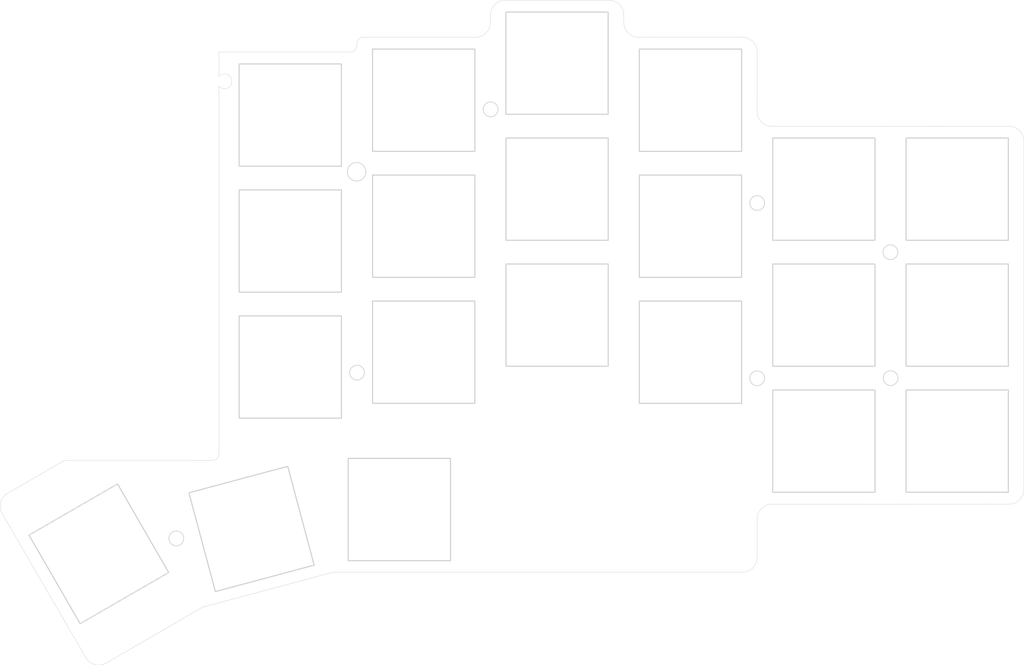
<source format=kicad_pcb>
(kicad_pcb (version 20211014) (generator pcbnew)

  (general
    (thickness 1.6)
  )

  (paper "A4")
  (title_block
    (title "TPS42 Split Keyboard")
    (date "2021-11-13")
    (rev "1")
  )

  (layers
    (0 "F.Cu" signal)
    (31 "B.Cu" signal)
    (32 "B.Adhes" user "B.Adhesive")
    (33 "F.Adhes" user "F.Adhesive")
    (34 "B.Paste" user)
    (35 "F.Paste" user)
    (36 "B.SilkS" user "B.Silkscreen")
    (37 "F.SilkS" user "F.Silkscreen")
    (38 "B.Mask" user)
    (39 "F.Mask" user)
    (40 "Dwgs.User" user "User.Drawings")
    (41 "Cmts.User" user "User.Comments")
    (42 "Eco1.User" user "User.Eco1")
    (43 "Eco2.User" user "User.Eco2")
    (44 "Edge.Cuts" user)
    (45 "Margin" user)
    (46 "B.CrtYd" user "B.Courtyard")
    (47 "F.CrtYd" user "F.Courtyard")
    (48 "B.Fab" user)
    (49 "F.Fab" user)
    (50 "User.1" user)
    (51 "User.2" user)
    (52 "User.3" user)
    (53 "User.4" user)
    (54 "User.5" user)
    (55 "User.6" user)
    (56 "User.7" user)
    (57 "User.8" user)
    (58 "User.9" user)
  )

  (setup
    (stackup
      (layer "F.SilkS" (type "Top Silk Screen"))
      (layer "F.Paste" (type "Top Solder Paste"))
      (layer "F.Mask" (type "Top Solder Mask") (color "Green") (thickness 0.01))
      (layer "F.Cu" (type "copper") (thickness 0.035))
      (layer "dielectric 1" (type "core") (thickness 1.51) (material "FR4") (epsilon_r 4.5) (loss_tangent 0.02))
      (layer "B.Cu" (type "copper") (thickness 0.035))
      (layer "B.Mask" (type "Bottom Solder Mask") (color "Green") (thickness 0.01))
      (layer "B.Paste" (type "Bottom Solder Paste"))
      (layer "B.SilkS" (type "Bottom Silk Screen"))
      (copper_finish "None")
      (dielectric_constraints no)
    )
    (pad_to_mask_clearance 0)
    (grid_origin 94.85 92.67)
    (pcbplotparams
      (layerselection 0x00010fc_ffffffff)
      (disableapertmacros false)
      (usegerberextensions false)
      (usegerberattributes true)
      (usegerberadvancedattributes true)
      (creategerberjobfile true)
      (svguseinch false)
      (svgprecision 3)
      (excludeedgelayer true)
      (plotframeref false)
      (viasonmask false)
      (mode 1)
      (useauxorigin false)
      (hpglpennumber 1)
      (hpglpenspeed 20)
      (hpglpendiameter 15.000000)
      (dxfpolygonmode false)
      (dxfimperialunits false)
      (dxfusepcbnewfont false)
      (psnegative false)
      (psa4output false)
      (plotreference false)
      (plotvalue false)
      (plotinvisibletext false)
      (sketchpadsonfab false)
      (subtractmaskfromsilk false)
      (outputformat 1)
      (mirror false)
      (drillshape 0)
      (scaleselection 1)
      (outputdirectory "gerber")
    )
  )

  (property "Revision" "1.0")

  (net 0 "")

  (gr_arc (start 102.65 45.52) (mid 104.390253 46.195) (end 102.65 46.87) (layer "Edge.Cuts") (width 0.05) (tstamp 014beb1f-0d50-4c54-81d4-b9e090b3cacb))
  (gr_line (start 100.45 117.15) (end 87.427637 124.700199) (layer "Edge.Cuts") (width 0.05) (tstamp 0dd9e526-aece-4f75-a176-be243b3fcd55))
  (gr_line (start 81.774214 97.354214) (end 101.75 97.35) (layer "Edge.Cuts") (width 0.05) (tstamp 14b22755-b0e2-42c1-a67c-878dd42d4c56))
  (gr_rect (start 177.38 70.85) (end 191.18 84.65) (layer "Edge.Cuts") (width 0.15) (fill none) (tstamp 174d93db-8823-47ca-b07b-595e7ce03740))
  (gr_line (start 81.774214 97.354214) (end 74.131851 101.795588) (layer "Edge.Cuts") (width 0.05) (tstamp 17912b6e-8f43-4fb0-b6e0-8e9d12fdccc8))
  (gr_arc (start 173.275786 40.244214) (mid 174.69 40.83) (end 175.275786 42.244214) (layer "Edge.Cuts") (width 0.05) (tstamp 18bc455f-b829-4f39-91c7-0f40c5d8a46d))
  (gr_line (start 159.28 40.25) (end 173.275786 40.244214) (layer "Edge.Cuts") (width 0.05) (tstamp 1be85b28-fb97-473a-b22c-c70549188494))
  (gr_rect (start 123.38 41.85) (end 137.18 55.65) (layer "Edge.Cuts") (width 0.15) (fill none) (tstamp 1ee1ee1f-4d72-4035-9afc-2ebf6207b153))
  (gr_rect (start 159.38 58.85) (end 173.18 72.65) (layer "Edge.Cuts") (width 0.15) (fill none) (tstamp 210ed916-9a37-4920-a303-a9f64c131c76))
  (gr_line (start 211.27 54.264214) (end 211.27 101.25) (layer "Edge.Cuts") (width 0.05) (tstamp 269782b7-a2d1-401e-940d-c3ca14a159b5))
  (gr_arc (start 102.65 96.46) (mid 102.385705 97.092792) (end 101.75 97.35) (layer "Edge.Cuts") (width 0.05) (tstamp 292d58da-0b24-4ba8-8dd3-665614858e9f))
  (gr_rect (start 141.38 70.85) (end 155.18 84.65) (layer "Edge.Cuts") (width 0.15) (fill none) (tstamp 2c5f2439-e199-451b-bd26-865e80635178))
  (gr_line (start 177.264214 52.27) (end 192.27 52.27) (layer "Edge.Cuts") (width 0.05) (tstamp 2c7a0137-f8af-41f0-a310-cf743b35aa21))
  (gr_circle (center 121.28 85.51) (end 122.28 85.51) (layer "Edge.Cuts") (width 0.1) (fill none) (tstamp 2e9cdb9d-7930-4c92-b91f-cf899a2f3d59))
  (gr_circle (center 139.31 49.98) (end 140.31 49.98) (layer "Edge.Cuts") (width 0.1) (fill none) (tstamp 3149175d-2f97-4538-a3ec-b97ad07ae698))
  (gr_line (start 157.28 37.25) (end 157.28 38.25) (layer "Edge.Cuts") (width 0.05) (tstamp 41423042-f62b-4deb-8206-555d99755597))
  (gr_rect (start 123.38 58.85) (end 137.18 72.65) (layer "Edge.Cuts") (width 0.15) (fill none) (tstamp 454c3ad3-2b3e-4cde-9267-39153952c74e))
  (gr_line (start 73.399801 104.527638) (end 84.695587 123.968149) (layer "Edge.Cuts") (width 0.05) (tstamp 4c2339ec-5a47-4f89-9958-bf9b16c4690e))
  (gr_arc (start 175.270001 105.255786) (mid 175.855788 103.841577) (end 177.270001 103.255786) (layer "Edge.Cuts") (width 0.05) (tstamp 4f5c1a04-be7d-4fd4-be27-fbc24db7f597))
  (gr_arc (start 139.28 37.25) (mid 139.865786 35.835786) (end 141.28 35.25) (layer "Edge.Cuts") (width 0.05) (tstamp 51bd0a81-8c0b-4d02-b788-8c6019b0b7eb))
  (gr_poly
    (pts
      (xy 115.5 111.48)
      (xy 102.170224 115.051703)
      (xy 98.598521 101.721927)
      (xy 111.928297 98.150224)
    ) (layer "Edge.Cuts") (width 0.15) (fill none) (tstamp 51fc7bc5-2c71-4579-ba42-621c75932355))
  (gr_line (start 136.94 112.45) (end 118 112.45) (layer "Edge.Cuts") (width 0.05) (tstamp 55d5b49c-e6ea-4ee4-9906-0c3970848226))
  (gr_circle (center 96.9 107.88) (end 97.9 107.88) (layer "Edge.Cuts") (width 0.1) (fill none) (tstamp 5784afc4-f04e-4ece-ba71-b8750544c842))
  (gr_line (start 136.94 112.45) (end 173.27 112.45) (layer "Edge.Cuts") (width 0.05) (tstamp 57b07694-7d0e-4cd8-b8c7-695c7028e759))
  (gr_line (start 122.17 40.25) (end 137.275786 40.25) (layer "Edge.Cuts") (width 0.05) (tstamp 6019fee5-8516-463c-8942-a5911825cddf))
  (gr_line (start 194.263553 103.256447) (end 177.270001 103.255786) (layer "Edge.Cuts") (width 0.05) (tstamp 6275f11d-a256-4931-972e-00d4b7c1aa81))
  (gr_line (start 175.275786 42.244214) (end 175.264214 50.27) (layer "Edge.Cuts") (width 0.05) (tstamp 728fc2b6-ecaa-4b82-b796-975dae21c809))
  (gr_poly
    (pts
      (xy 83.92 119.38)
      (xy 77.02 107.42885)
      (xy 88.97115 100.52885)
      (xy 95.87115 112.48)
    ) (layer "Edge.Cuts") (width 0.15) (fill none) (tstamp 7c3bdc70-5bef-4821-b261-fe4ed6564c1a))
  (gr_line (start 209.27 103.25) (end 194.263553 103.256447) (layer "Edge.Cuts") (width 0.05) (tstamp 81316103-1aa7-4cdf-838f-26fdbe06c5b0))
  (gr_arc (start 177.264214 52.27) (mid 175.85 51.684214) (end 175.264214 50.27) (layer "Edge.Cuts") (width 0.05) (tstamp 81b4a4bf-13ee-4ebf-922d-2fed65edfa98))
  (gr_rect (start 159.38 41.85) (end 173.18 55.65) (layer "Edge.Cuts") (width 0.15) (fill none) (tstamp 8258c1d4-2b82-4d72-9ad9-fcbf46c421a1))
  (gr_arc (start 121.27 41.15) (mid 121.533604 40.513604) (end 122.17 40.25) (layer "Edge.Cuts") (width 0.05) (tstamp 83ced44d-04a1-43d9-a587-ae2479121882))
  (gr_line (start 192.27 52.27) (end 209.27 52.264214) (layer "Edge.Cuts") (width 0.05) (tstamp 85556cbd-3c73-4d68-9a8b-3edf1b000533))
  (gr_rect (start 177.38 87.85) (end 191.18 101.65) (layer "Edge.Cuts") (width 0.15) (fill none) (tstamp 8599b5df-9727-46a4-b5e5-3a1186356948))
  (gr_rect (start 105.38 60.85) (end 119.18 74.65) (layer "Edge.Cuts") (width 0.15) (fill none) (tstamp 85d83e67-c369-42a5-83ca-543b01aa9c36))
  (gr_rect (start 105.37 43.85) (end 119.17 57.65) (layer "Edge.Cuts") (width 0.15) (fill none) (tstamp 8a50369b-e4af-468f-9430-c8fae5b095a7))
  (gr_rect (start 123.38 75.85) (end 137.18 89.65) (layer "Edge.Cuts") (width 0.15) (fill none) (tstamp 8c6114b3-3c88-4024-9321-b1f854b14d7b))
  (gr_arc (start 175.27 110.45) (mid 174.684211 111.864211) (end 173.27 112.45) (layer "Edge.Cuts") (width 0.05) (tstamp 8f1d1bb6-fd4e-417f-bcab-5557b824b4c3))
  (gr_line (start 175.270001 105.255786) (end 175.27 110.45) (layer "Edge.Cuts") (width 0.05) (tstamp 955bdcbf-7854-4b08-9a50-4f23e4dca01d))
  (gr_circle (center 175.28 62.62) (end 176.28 62.62) (layer "Edge.Cuts") (width 0.1) (fill none) (tstamp 9708c6ed-7342-46ff-b5f8-c735fd835101))
  (gr_circle (center 175.28 86.27) (end 176.28 86.27) (layer "Edge.Cuts") (width 0.1) (fill none) (tstamp 9aedae96-f5ed-42a0-9cd2-ef934d800da6))
  (gr_line (start 118 112.45) (end 100.45 117.15) (layer "Edge.Cuts") (width 0.05) (tstamp 9b5636d0-9a2b-4078-9895-e5316a626b3c))
  (gr_rect (start 177.38 53.85) (end 191.18 67.65) (layer "Edge.Cuts") (width 0.15) (fill none) (tstamp a21b9cbf-cc74-4232-8cac-7579ba1aca25))
  (gr_arc (start 73.399801 104.527638) (mid 73.2 103.01) (end 74.131851 101.795588) (layer "Edge.Cuts") (width 0.05) (tstamp a48fc0e1-4a75-43ac-aa3e-03c371de7d49))
  (gr_circle (center 193.28 86.25) (end 194.28 86.25) (layer "Edge.Cuts") (width 0.1) (fill none) (tstamp a4f79e3d-bc82-4332-b816-11fe6c3f6801))
  (gr_arc (start 155.28 35.25) (mid 156.694214 35.835786) (end 157.28 37.25) (layer "Edge.Cuts") (width 0.05) (tstamp af871ac4-04ab-4c08-98fc-c3647d1809ad))
  (gr_arc (start 139.275786 38.25) (mid 138.69 39.664214) (end 137.275786 40.25) (layer "Edge.Cuts") (width 0.05) (tstamp affe87a3-ce6b-4d21-9001-acfc6f85d7ec))
  (gr_rect (start 195.37 53.85) (end 209.17 67.65) (layer "Edge.Cuts") (width 0.15) (fill none) (tstamp b2c2ac7d-9017-4f33-ab21-1677a1586f23))
  (gr_line (start 102.65 46.87) (end 102.65 96.46) (layer "Edge.Cuts") (width 0.05) (tstamp b47cdd8e-5e17-412d-9ca3-3c4e01732103))
  (gr_rect (start 195.37 70.85) (end 209.17 84.65) (layer "Edge.Cuts") (width 0.15) (fill none) (tstamp b56cc85e-10ba-4f0b-82a1-caedb0579985))
  (gr_arc (start 87.427637 124.700199) (mid 85.909999 124.9) (end 84.695587 123.968149) (layer "Edge.Cuts") (width 0.05) (tstamp b7e5a16b-6ae3-4569-92b7-5bf9f1752e68))
  (gr_rect (start 141.38 53.85) (end 155.18 67.65) (layer "Edge.Cuts") (width 0.15) (fill none) (tstamp b8cb0334-9ec3-42ac-9347-f2fbc04ab1ac))
  (gr_arc (start 211.27 101.25) (mid 210.684214 102.664214) (end 209.27 103.25) (layer "Edge.Cuts") (width 0.05) (tstamp b8d7be89-a17d-4226-aa24-77d4740852cc))
  (gr_circle (center 193.26 69.26) (end 194.26 69.26) (layer "Edge.Cuts") (width 0.1) (fill none) (tstamp b98a5baf-ed6c-4d0b-bf19-da584b70f315))
  (gr_line (start 102.65 42.25) (end 120.37 42.25) (layer "Edge.Cuts") (width 0.05) (tstamp c28f0b8b-0180-49a1-af86-363d625c2b31))
  (gr_line (start 139.275786 38.25) (end 139.28 37.25) (layer "Edge.Cuts") (width 0.05) (tstamp c35c7a3f-819e-4cf9-8ef8-48b5761f01d1))
  (gr_rect (start 159.38 75.85) (end 173.18 89.65) (layer "Edge.Cuts") (width 0.15) (fill none) (tstamp cdee71ae-6c4c-46fa-a1cd-84201e781792))
  (gr_rect (start 141.37 36.85) (end 155.17 50.65) (layer "Edge.Cuts") (width 0.15) (fill none) (tstamp d33ddb4b-74dc-437a-b836-3004c2856a7a))
  (gr_line (start 141.28 35.25) (end 155.28 35.25) (layer "Edge.Cuts") (width 0.05) (tstamp d3ab6125-e53d-45c4-a737-88318e0feb00))
  (gr_arc (start 159.28 40.25) (mid 157.865786 39.664214) (end 157.28 38.25) (layer "Edge.Cuts") (width 0.05) (tstamp d59e6b57-eb6e-4b21-ad5a-f18484213775))
  (gr_line (start 102.65 45.52) (end 102.65 42.25) (layer "Edge.Cuts") (width 0.05) (tstamp d6043f7d-f40e-474e-9883-c2cd14f4ab02))
  (gr_line (start 121.27 41.15) (end 121.27 41.35) (layer "Edge.Cuts") (width 0.05) (tstamp d8c32cdb-75b5-4ae7-ba9b-44de26aa0de1))
  (gr_rect (start 120.1 97.08) (end 133.9 110.88) (layer "Edge.Cuts") (width 0.15) (fill none) (tstamp dd7dba11-75ff-430d-b76b-cd242532cb11))
  (gr_arc (start 209.27 52.264214) (mid 210.684214 52.85) (end 211.27 54.264214) (layer "Edge.Cuts") (width 0.05) (tstamp e4cce8ae-bdda-42f8-a1af-62abf9870c92))
  (gr_arc (start 121.27 41.35) (mid 121.006396 41.986396) (end 120.37 42.25) (layer "Edge.Cuts") (width 0.05) (tstamp e9d6da6e-0385-4f5f-88ac-0eec604bc786))
  (gr_rect (start 195.37 87.85) (end 209.17 101.65) (layer "Edge.Cuts") (width 0.15) (fill none) (tstamp fac201ca-7bd2-45c1-8bd4-aaab424890aa))
  (gr_rect (start 105.38 77.85) (end 119.18 91.65) (layer "Edge.Cuts") (width 0.15) (fill none) (tstamp fb41ea50-47ef-4d55-a751-bcf411f7c591))
  (gr_circle (center 121.227683 58.4) (end 122.48 58.4) (layer "Edge.Cuts") (width 0.1) (fill none) (tstamp fe5bf2f0-97e2-4671-87e2-9d455fe4f8b5))

)

</source>
